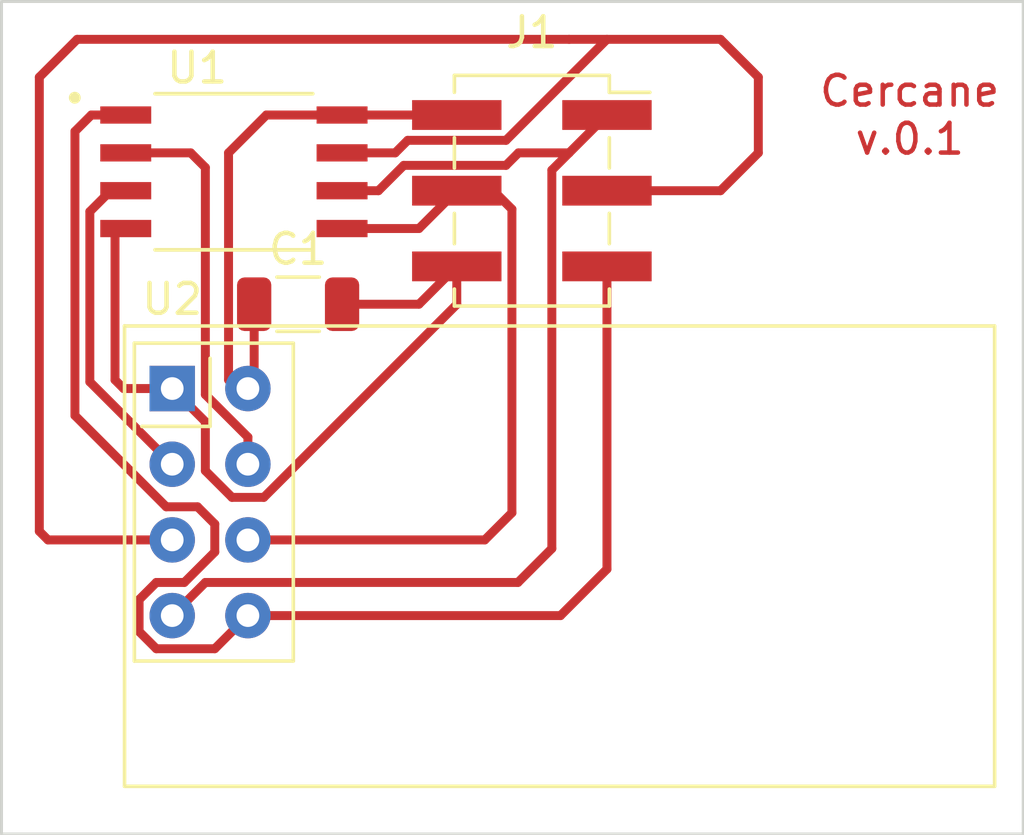
<source format=kicad_pcb>
(kicad_pcb (version 20171130) (host pcbnew 5.1.7-a382d34a8~88~ubuntu18.04.1)

  (general
    (thickness 1.6)
    (drawings 5)
    (tracks 79)
    (zones 0)
    (modules 4)
    (nets 9)
  )

  (page A4)
  (layers
    (0 F.Cu signal)
    (31 B.Cu signal)
    (32 B.Adhes user)
    (33 F.Adhes user)
    (34 B.Paste user)
    (35 F.Paste user)
    (36 B.SilkS user)
    (37 F.SilkS user)
    (38 B.Mask user)
    (39 F.Mask user)
    (40 Dwgs.User user)
    (41 Cmts.User user)
    (42 Eco1.User user)
    (43 Eco2.User user)
    (44 Edge.Cuts user)
    (45 Margin user)
    (46 B.CrtYd user)
    (47 F.CrtYd user)
    (48 B.Fab user)
    (49 F.Fab user)
  )

  (setup
    (last_trace_width 0.3)
    (trace_clearance 0.2)
    (zone_clearance 0.508)
    (zone_45_only no)
    (trace_min 0.3)
    (via_size 0.8)
    (via_drill 0.4)
    (via_min_size 0.4)
    (via_min_drill 0.3)
    (uvia_size 0.3)
    (uvia_drill 0.1)
    (uvias_allowed no)
    (uvia_min_size 0.2)
    (uvia_min_drill 0.1)
    (edge_width 0.05)
    (segment_width 0.2)
    (pcb_text_width 0.3)
    (pcb_text_size 1.5 1.5)
    (mod_edge_width 0.12)
    (mod_text_size 1 1)
    (mod_text_width 0.15)
    (pad_size 1.524 1.524)
    (pad_drill 0.762)
    (pad_to_mask_clearance 0)
    (aux_axis_origin 0 0)
    (visible_elements FFFFFF7F)
    (pcbplotparams
      (layerselection 0x00000_7fffffff)
      (usegerberextensions false)
      (usegerberattributes true)
      (usegerberadvancedattributes true)
      (creategerberjobfile true)
      (excludeedgelayer true)
      (linewidth 0.100000)
      (plotframeref false)
      (viasonmask false)
      (mode 1)
      (useauxorigin false)
      (hpglpennumber 1)
      (hpglpenspeed 20)
      (hpglpendiameter 15.000000)
      (psnegative false)
      (psa4output false)
      (plotreference true)
      (plotvalue true)
      (plotinvisibletext false)
      (padsonsilk false)
      (subtractmaskfromsilk false)
      (outputformat 5)
      (mirror false)
      (drillshape 0)
      (scaleselection 1)
      (outputdirectory "./"))
  )

  (net 0 "")
  (net 1 "Net-(U1-Pad2)")
  (net 2 "Net-(U1-Pad3)")
  (net 3 +3V3)
  (net 4 GND)
  (net 5 /MISO)
  (net 6 /RST)
  (net 7 /MOSI)
  (net 8 /SCK)

  (net_class Default "This is the default net class."
    (clearance 0.2)
    (trace_width 0.3)
    (via_dia 0.8)
    (via_drill 0.4)
    (uvia_dia 0.3)
    (uvia_drill 0.1)
    (diff_pair_width 0.3)
    (diff_pair_gap 0.25)
    (add_net +3V3)
    (add_net /MISO)
    (add_net /MOSI)
    (add_net /RST)
    (add_net /SCK)
    (add_net GND)
    (add_net "Net-(U1-Pad2)")
    (add_net "Net-(U1-Pad3)")
  )

  (module Connector_PinSocket_2.54mm:PinSocket_2x03_P2.54mm_Vertical_SMD (layer F.Cu) (tedit 5A19A41D) (tstamp 60F1B0E2)
    (at 149.88 62.23)
    (descr "surface-mounted straight socket strip, 2x03, 2.54mm pitch, double cols (from Kicad 4.0.7), script generated")
    (tags "Surface mounted socket strip SMD 2x03 2.54mm double row")
    (path /60E4B806)
    (attr smd)
    (fp_text reference J1 (at 0 -5.31) (layer F.SilkS)
      (effects (font (size 1 1) (thickness 0.15)))
    )
    (fp_text value Conn_02x03_Odd_Even (at 3.79 5.31) (layer F.Fab)
      (effects (font (size 1 1) (thickness 0.15)))
    )
    (fp_line (start -2.6 -3.87) (end 2.6 -3.87) (layer F.SilkS) (width 0.12))
    (fp_line (start 2.6 -3.87) (end 2.6 -3.3) (layer F.SilkS) (width 0.12))
    (fp_line (start 2.6 -1.78) (end 2.6 -0.76) (layer F.SilkS) (width 0.12))
    (fp_line (start 2.6 0.76) (end 2.6 1.78) (layer F.SilkS) (width 0.12))
    (fp_line (start 2.6 3.3) (end 2.6 3.87) (layer F.SilkS) (width 0.12))
    (fp_line (start -2.6 3.87) (end 2.6 3.87) (layer F.SilkS) (width 0.12))
    (fp_line (start -2.6 -3.87) (end -2.6 -3.3) (layer F.SilkS) (width 0.12))
    (fp_line (start -2.6 -1.78) (end -2.6 -0.76) (layer F.SilkS) (width 0.12))
    (fp_line (start -2.6 0.76) (end -2.6 1.78) (layer F.SilkS) (width 0.12))
    (fp_line (start -2.6 3.3) (end -2.6 3.87) (layer F.SilkS) (width 0.12))
    (fp_line (start 2.6 -3.3) (end 3.96 -3.3) (layer F.SilkS) (width 0.12))
    (fp_line (start -2.54 -3.81) (end 1.54 -3.81) (layer F.Fab) (width 0.1))
    (fp_line (start 1.54 -3.81) (end 2.54 -2.81) (layer F.Fab) (width 0.1))
    (fp_line (start 2.54 -2.81) (end 2.54 3.81) (layer F.Fab) (width 0.1))
    (fp_line (start 2.54 3.81) (end -2.54 3.81) (layer F.Fab) (width 0.1))
    (fp_line (start -2.54 3.81) (end -2.54 -3.81) (layer F.Fab) (width 0.1))
    (fp_line (start -3.92 -2.86) (end -2.54 -2.86) (layer F.Fab) (width 0.1))
    (fp_line (start -2.54 -2.22) (end -3.92 -2.22) (layer F.Fab) (width 0.1))
    (fp_line (start -3.92 -2.22) (end -3.92 -2.86) (layer F.Fab) (width 0.1))
    (fp_line (start 2.54 -2.86) (end 3.92 -2.86) (layer F.Fab) (width 0.1))
    (fp_line (start 3.92 -2.86) (end 3.92 -2.22) (layer F.Fab) (width 0.1))
    (fp_line (start 3.92 -2.22) (end 2.54 -2.22) (layer F.Fab) (width 0.1))
    (fp_line (start -3.92 -0.32) (end -2.54 -0.32) (layer F.Fab) (width 0.1))
    (fp_line (start -2.54 0.32) (end -3.92 0.32) (layer F.Fab) (width 0.1))
    (fp_line (start -3.92 0.32) (end -3.92 -0.32) (layer F.Fab) (width 0.1))
    (fp_line (start 2.54 -0.32) (end 3.92 -0.32) (layer F.Fab) (width 0.1))
    (fp_line (start 3.92 -0.32) (end 3.92 0.32) (layer F.Fab) (width 0.1))
    (fp_line (start 3.92 0.32) (end 2.54 0.32) (layer F.Fab) (width 0.1))
    (fp_line (start -3.92 2.22) (end -2.54 2.22) (layer F.Fab) (width 0.1))
    (fp_line (start -2.54 2.86) (end -3.92 2.86) (layer F.Fab) (width 0.1))
    (fp_line (start -3.92 2.86) (end -3.92 2.22) (layer F.Fab) (width 0.1))
    (fp_line (start 2.54 2.22) (end 3.92 2.22) (layer F.Fab) (width 0.1))
    (fp_line (start 3.92 2.22) (end 3.92 2.86) (layer F.Fab) (width 0.1))
    (fp_line (start 3.92 2.86) (end 2.54 2.86) (layer F.Fab) (width 0.1))
    (fp_line (start -4.55 -4.35) (end 4.5 -4.35) (layer F.CrtYd) (width 0.05))
    (fp_line (start 4.5 -4.35) (end 4.5 4.3) (layer F.CrtYd) (width 0.05))
    (fp_line (start 4.5 4.3) (end -4.55 4.3) (layer F.CrtYd) (width 0.05))
    (fp_line (start -4.55 4.3) (end -4.55 -4.35) (layer F.CrtYd) (width 0.05))
    (fp_text user %R (at 0 0 90) (layer F.Fab)
      (effects (font (size 1 1) (thickness 0.15)))
    )
    (pad 6 smd rect (at -2.52 2.54) (size 3 1) (layers F.Cu F.Paste F.Mask)
      (net 4 GND))
    (pad 5 smd rect (at 2.52 2.54) (size 3 1) (layers F.Cu F.Paste F.Mask)
      (net 6 /RST))
    (pad 4 smd rect (at -2.52 0) (size 3 1) (layers F.Cu F.Paste F.Mask)
      (net 7 /MOSI))
    (pad 3 smd rect (at 2.52 0) (size 3 1) (layers F.Cu F.Paste F.Mask)
      (net 8 /SCK))
    (pad 2 smd rect (at -2.52 -2.54) (size 3 1) (layers F.Cu F.Paste F.Mask)
      (net 3 +3V3))
    (pad 1 smd rect (at 2.52 -2.54) (size 3 1) (layers F.Cu F.Paste F.Mask)
      (net 5 /MISO))
    (model ${KISYS3DMOD}/Connector_PinSocket_2.54mm.3dshapes/PinSocket_2x03_P2.54mm_Vertical_SMD.wrl
      (at (xyz 0 0 0))
      (scale (xyz 1 1 1))
      (rotate (xyz 0 0 0))
    )
  )

  (module Capacitor_SMD:C_1206_3216Metric (layer F.Cu) (tedit 5F68FEEE) (tstamp 60F1B0B1)
    (at 142.035 66.04)
    (descr "Capacitor SMD 1206 (3216 Metric), square (rectangular) end terminal, IPC_7351 nominal, (Body size source: IPC-SM-782 page 76, https://www.pcb-3d.com/wordpress/wp-content/uploads/ipc-sm-782a_amendment_1_and_2.pdf), generated with kicad-footprint-generator")
    (tags capacitor)
    (path /60E49E1A)
    (attr smd)
    (fp_text reference C1 (at 0 -1.85) (layer F.SilkS)
      (effects (font (size 1 1) (thickness 0.15)))
    )
    (fp_text value 100nF (at 0 1.85) (layer F.Fab)
      (effects (font (size 1 1) (thickness 0.15)))
    )
    (fp_line (start 2.3 1.15) (end -2.3 1.15) (layer F.CrtYd) (width 0.05))
    (fp_line (start 2.3 -1.15) (end 2.3 1.15) (layer F.CrtYd) (width 0.05))
    (fp_line (start -2.3 -1.15) (end 2.3 -1.15) (layer F.CrtYd) (width 0.05))
    (fp_line (start -2.3 1.15) (end -2.3 -1.15) (layer F.CrtYd) (width 0.05))
    (fp_line (start -0.711252 0.91) (end 0.711252 0.91) (layer F.SilkS) (width 0.12))
    (fp_line (start -0.711252 -0.91) (end 0.711252 -0.91) (layer F.SilkS) (width 0.12))
    (fp_line (start 1.6 0.8) (end -1.6 0.8) (layer F.Fab) (width 0.1))
    (fp_line (start 1.6 -0.8) (end 1.6 0.8) (layer F.Fab) (width 0.1))
    (fp_line (start -1.6 -0.8) (end 1.6 -0.8) (layer F.Fab) (width 0.1))
    (fp_line (start -1.6 0.8) (end -1.6 -0.8) (layer F.Fab) (width 0.1))
    (fp_text user %R (at 0 0) (layer F.Fab)
      (effects (font (size 0.8 0.8) (thickness 0.12)))
    )
    (pad 1 smd roundrect (at -1.475 0) (size 1.15 1.8) (layers F.Cu F.Paste F.Mask) (roundrect_rratio 0.2173904347826087)
      (net 3 +3V3))
    (pad 2 smd roundrect (at 1.475 0) (size 1.15 1.8) (layers F.Cu F.Paste F.Mask) (roundrect_rratio 0.2173904347826087)
      (net 4 GND))
    (model ${KISYS3DMOD}/Capacitor_SMD.3dshapes/C_1206_3216Metric.wrl
      (at (xyz 0 0 0))
      (scale (xyz 1 1 1))
      (rotate (xyz 0 0 0))
    )
  )

  (module RF_Module:nRF24L01_Breakout (layer F.Cu) (tedit 5A056C61) (tstamp 60ED8A41)
    (at 137.81 68.87)
    (descr "nRF24L01 breakout board")
    (tags "nRF24L01 adapter breakout")
    (path /60DE2CD2)
    (fp_text reference U2 (at 0 -3) (layer F.SilkS)
      (effects (font (size 1 1) (thickness 0.15)))
    )
    (fp_text value NRF24L01_Breakout (at 13 5) (layer F.Fab)
      (effects (font (size 1 1) (thickness 0.15)))
    )
    (fp_line (start -1.5 -2) (end 27.5 -2) (layer F.Fab) (width 0.1))
    (fp_line (start 27.5 -2) (end 27.5 13.25) (layer F.Fab) (width 0.1))
    (fp_line (start 27.5 13.25) (end -1.5 13.25) (layer F.Fab) (width 0.1))
    (fp_line (start -1.5 13.25) (end -1.5 -2) (layer F.Fab) (width 0.1))
    (fp_line (start -1.5 -2) (end -1.5 -2) (layer F.Fab) (width 0.1))
    (fp_line (start -1.27 -1.27) (end 3.81 -1.27) (layer F.Fab) (width 0.1))
    (fp_line (start 3.81 -1.27) (end 3.81 8.89) (layer F.Fab) (width 0.1))
    (fp_line (start 3.81 8.89) (end -1.27 8.89) (layer F.Fab) (width 0.1))
    (fp_line (start -1.27 8.89) (end -1.27 -1.27) (layer F.Fab) (width 0.1))
    (fp_line (start -1.27 -1.27) (end -1.27 -1.27) (layer F.Fab) (width 0.1))
    (fp_line (start -1.27 -1.524) (end 4.064 -1.524) (layer F.SilkS) (width 0.12))
    (fp_line (start 4.064 -1.524) (end 4.064 9.144) (layer F.SilkS) (width 0.12))
    (fp_line (start 4.064 9.144) (end -1.27 9.144) (layer F.SilkS) (width 0.12))
    (fp_line (start -1.27 9.144) (end -1.27 9.144) (layer F.SilkS) (width 0.12))
    (fp_line (start 1.27 -1.016) (end 1.27 1.27) (layer F.SilkS) (width 0.12))
    (fp_line (start 1.27 1.27) (end -1.016 1.27) (layer F.SilkS) (width 0.12))
    (fp_line (start -1.016 1.27) (end -1.016 1.27) (layer F.SilkS) (width 0.12))
    (fp_line (start -1.6 -2.1) (end 27.6 -2.1) (layer F.SilkS) (width 0.12))
    (fp_line (start 27.6 -2.1) (end 27.6 13.35) (layer F.SilkS) (width 0.12))
    (fp_line (start 27.6 13.35) (end -1.6 13.35) (layer F.SilkS) (width 0.12))
    (fp_line (start -1.6 13.35) (end -1.6 -2.1) (layer F.SilkS) (width 0.12))
    (fp_line (start -1.6 -2.1) (end -1.6 -2.1) (layer F.SilkS) (width 0.12))
    (fp_line (start -1.27 9.144) (end -1.27 -1.524) (layer F.SilkS) (width 0.12))
    (fp_line (start -1.27 -1.524) (end -1.27 -1.524) (layer F.SilkS) (width 0.12))
    (fp_line (start 27.75 -2.25) (end -1.75 -2.25) (layer F.CrtYd) (width 0.05))
    (fp_line (start -1.75 -2.25) (end -1.75 13.5) (layer F.CrtYd) (width 0.05))
    (fp_line (start -1.75 13.5) (end 27.75 13.5) (layer F.CrtYd) (width 0.05))
    (fp_line (start 27.75 13.5) (end 27.75 -2.25) (layer F.CrtYd) (width 0.05))
    (fp_line (start 27.75 -2.25) (end 27.75 -2.25) (layer F.CrtYd) (width 0.05))
    (fp_text user %R (at 12.5 2.5) (layer F.Fab)
      (effects (font (size 1 1) (thickness 0.15)))
    )
    (pad 8 thru_hole circle (at 2.54 7.62) (size 1.524 1.524) (drill 0.762) (layers *.Cu *.Mask)
      (net 6 /RST))
    (pad 7 thru_hole circle (at 0 7.62) (size 1.524 1.524) (drill 0.762) (layers *.Cu *.Mask)
      (net 5 /MISO))
    (pad 6 thru_hole circle (at 2.54 5.08) (size 1.524 1.524) (drill 0.762) (layers *.Cu *.Mask)
      (net 7 /MOSI))
    (pad 5 thru_hole circle (at 0 5.08) (size 1.524 1.524) (drill 0.762) (layers *.Cu *.Mask)
      (net 8 /SCK))
    (pad 4 thru_hole circle (at 2.54 2.54) (size 1.524 1.524) (drill 0.762) (layers *.Cu *.Mask)
      (net 1 "Net-(U1-Pad2)"))
    (pad 3 thru_hole circle (at 0 2.54) (size 1.524 1.524) (drill 0.762) (layers *.Cu *.Mask)
      (net 2 "Net-(U1-Pad3)"))
    (pad 2 thru_hole circle (at 2.54 0) (size 1.524 1.524) (drill 0.762) (layers *.Cu *.Mask)
      (net 3 +3V3))
    (pad 1 thru_hole rect (at 0 0) (size 1.524 1.524) (drill 0.762) (layers *.Cu *.Mask)
      (net 4 GND))
    (model ${KISYS3DMOD}/RF_Module.3dshapes/nRF24L01_Breakout.wrl
      (at (xyz 0 0 0))
      (scale (xyz 1 1 1))
      (rotate (xyz 0 0 0))
    )
  )

  (module ATTINY85-20SU:SOIC127P798X216-8N (layer F.Cu) (tedit 60DDEEF5) (tstamp 60F1B0FA)
    (at 139.88 61.595)
    (path /60DE1A7E)
    (fp_text reference U1 (at -1.235 -3.487) (layer F.SilkS)
      (effects (font (size 1 1) (thickness 0.15)))
    )
    (fp_text value ATtiny45-20PU (at -0.18 -4.445) (layer F.Fab)
      (effects (font (size 1 1) (thickness 0.15)))
    )
    (fp_circle (center -5.34 -2.485) (end -5.24 -2.485) (layer F.SilkS) (width 0.2))
    (fp_circle (center -5.34 -2.485) (end -5.24 -2.485) (layer F.Fab) (width 0.2))
    (fp_line (start -2.645 -2.62) (end 2.645 -2.62) (layer F.Fab) (width 0.127))
    (fp_line (start -2.645 2.62) (end 2.645 2.62) (layer F.Fab) (width 0.127))
    (fp_line (start -2.645 -2.62) (end 2.645 -2.62) (layer F.SilkS) (width 0.127))
    (fp_line (start -2.645 2.62) (end 2.645 2.62) (layer F.SilkS) (width 0.127))
    (fp_line (start -2.645 -2.62) (end -2.645 2.62) (layer F.Fab) (width 0.127))
    (fp_line (start 2.645 -2.62) (end 2.645 2.62) (layer F.Fab) (width 0.127))
    (fp_line (start -4.735 -2.87) (end 4.735 -2.87) (layer F.CrtYd) (width 0.05))
    (fp_line (start -4.735 2.87) (end 4.735 2.87) (layer F.CrtYd) (width 0.05))
    (fp_line (start -4.735 -2.87) (end -4.735 2.87) (layer F.CrtYd) (width 0.05))
    (fp_line (start 4.735 -2.87) (end 4.735 2.87) (layer F.CrtYd) (width 0.05))
    (pad 8 smd rect (at 3.63 -1.905) (size 1.71 0.58) (layers F.Cu F.Paste F.Mask)
      (net 3 +3V3))
    (pad 7 smd rect (at 3.63 -0.635) (size 1.71 0.58) (layers F.Cu F.Paste F.Mask)
      (net 8 /SCK))
    (pad 6 smd rect (at 3.63 0.635) (size 1.71 0.58) (layers F.Cu F.Paste F.Mask)
      (net 5 /MISO))
    (pad 5 smd rect (at 3.63 1.905) (size 1.71 0.58) (layers F.Cu F.Paste F.Mask)
      (net 7 /MOSI))
    (pad 4 smd rect (at -3.63 1.905) (size 1.71 0.58) (layers F.Cu F.Paste F.Mask)
      (net 4 GND))
    (pad 3 smd rect (at -3.63 0.635) (size 1.71 0.58) (layers F.Cu F.Paste F.Mask)
      (net 2 "Net-(U1-Pad3)"))
    (pad 2 smd rect (at -3.63 -0.635) (size 1.71 0.58) (layers F.Cu F.Paste F.Mask)
      (net 1 "Net-(U1-Pad2)"))
    (pad 1 smd rect (at -3.63 -1.905) (size 1.71 0.58) (layers F.Cu F.Paste F.Mask)
      (net 6 /RST))
  )

  (gr_text "Cercane\nv.0.1" (at 162.56 59.69) (layer F.Cu)
    (effects (font (size 1 1) (thickness 0.15)))
  )
  (gr_line (start 166.37 55.88) (end 166.37 83.82) (layer Edge.Cuts) (width 0.1))
  (gr_line (start 132.08 55.88) (end 166.37 55.88) (layer Edge.Cuts) (width 0.1))
  (gr_line (start 132.08 83.82) (end 132.08 55.88) (layer Edge.Cuts) (width 0.1))
  (gr_line (start 166.37 83.82) (end 132.08 83.82) (layer Edge.Cuts) (width 0.1))

  (segment (start 140.35 71.41) (end 140.35 70.5) (width 0.3) (layer F.Cu) (net 1))
  (segment (start 138.922001 69.072001) (end 138.922001 61.452001) (width 0.3) (layer F.Cu) (net 1))
  (segment (start 140.35 70.5) (end 138.922001 69.072001) (width 0.3) (layer F.Cu) (net 1))
  (segment (start 138.43 60.96) (end 136.25 60.96) (width 0.3) (layer F.Cu) (net 1))
  (segment (start 138.922001 61.452001) (end 138.43 60.96) (width 0.3) (layer F.Cu) (net 1))
  (segment (start 135.744998 62.23) (end 136.25 62.23) (width 0.3) (layer F.Cu) (net 2))
  (segment (start 135.044999 62.929999) (end 135.744998 62.23) (width 0.3) (layer F.Cu) (net 2))
  (segment (start 135.044999 68.644999) (end 135.044999 62.929999) (width 0.3) (layer F.Cu) (net 2))
  (segment (start 137.81 71.41) (end 135.044999 68.644999) (width 0.3) (layer F.Cu) (net 2))
  (segment (start 143.51 59.69) (end 147.36 59.69) (width 0.3) (layer F.Cu) (net 3))
  (segment (start 143.51 59.69) (end 140.97 59.69) (width 0.3) (layer F.Cu) (net 3))
  (segment (start 140.97 59.69) (end 139.7 60.96) (width 0.3) (layer F.Cu) (net 3))
  (segment (start 139.7 60.96) (end 139.7 68.58) (width 0.3) (layer F.Cu) (net 3))
  (segment (start 140.06 68.58) (end 140.35 68.87) (width 0.3) (layer F.Cu) (net 3))
  (segment (start 139.7 68.58) (end 140.06 68.58) (width 0.3) (layer F.Cu) (net 3))
  (segment (start 140.56 68.66) (end 140.35 68.87) (width 0.3) (layer F.Cu) (net 3))
  (segment (start 140.56 66.04) (end 140.56 68.66) (width 0.3) (layer F.Cu) (net 3))
  (segment (start 137.81 68.87) (end 136.18 68.87) (width 0.3) (layer F.Cu) (net 4))
  (segment (start 136.18 68.87) (end 135.89 68.58) (width 0.3) (layer F.Cu) (net 4))
  (segment (start 135.89 68.58) (end 135.89 63.5) (width 0.3) (layer F.Cu) (net 4))
  (segment (start 135.89 63.5) (end 136.25 63.5) (width 0.3) (layer F.Cu) (net 4))
  (segment (start 147.36 66.045762) (end 147.36 64.77) (width 0.3) (layer F.Cu) (net 4))
  (segment (start 139.816239 72.522001) (end 140.883761 72.522001) (width 0.3) (layer F.Cu) (net 4))
  (segment (start 140.883761 72.522001) (end 147.36 66.045762) (width 0.3) (layer F.Cu) (net 4))
  (segment (start 138.922001 71.627763) (end 139.816239 72.522001) (width 0.3) (layer F.Cu) (net 4))
  (segment (start 138.922001 69.982001) (end 138.922001 71.627763) (width 0.3) (layer F.Cu) (net 4))
  (segment (start 137.81 68.87) (end 138.922001 69.982001) (width 0.3) (layer F.Cu) (net 4))
  (segment (start 146.09 66.04) (end 147.36 64.77) (width 0.3) (layer F.Cu) (net 4))
  (segment (start 143.51 66.04) (end 146.09 66.04) (width 0.3) (layer F.Cu) (net 4))
  (segment (start 145.579999 61.379999) (end 149.009999 61.379999) (width 0.3) (layer F.Cu) (net 5))
  (segment (start 143.51 62.23) (end 144.729998 62.23) (width 0.3) (layer F.Cu) (net 5))
  (segment (start 144.729998 62.23) (end 145.579999 61.379999) (width 0.3) (layer F.Cu) (net 5))
  (segment (start 149.009999 61.379999) (end 149.429998 60.96) (width 0.3) (layer F.Cu) (net 5))
  (segment (start 151.13 60.96) (end 152.4 59.69) (width 0.3) (layer F.Cu) (net 5))
  (segment (start 149.429998 60.96) (end 151.13 60.96) (width 0.3) (layer F.Cu) (net 5))
  (segment (start 150.549999 61.540001) (end 151.13 60.96) (width 0.3) (layer F.Cu) (net 5))
  (segment (start 149.412001 75.377999) (end 150.549999 74.240001) (width 0.3) (layer F.Cu) (net 5))
  (segment (start 150.549999 74.240001) (end 150.549999 61.540001) (width 0.3) (layer F.Cu) (net 5))
  (segment (start 137.81 76.49) (end 138.922001 75.377999) (width 0.3) (layer F.Cu) (net 5))
  (segment (start 138.922001 75.377999) (end 149.412001 75.377999) (width 0.3) (layer F.Cu) (net 5))
  (segment (start 152.07 64.77) (end 152.4 64.77) (width 0.3) (layer F.Cu) (net 6))
  (segment (start 139.237999 77.602001) (end 140.35 76.49) (width 0.3) (layer F.Cu) (net 6))
  (segment (start 136.697999 77.023761) (end 137.276239 77.602001) (width 0.3) (layer F.Cu) (net 6))
  (segment (start 136.697999 75.956239) (end 136.697999 77.023761) (width 0.3) (layer F.Cu) (net 6))
  (segment (start 137.276239 75.377999) (end 136.697999 75.956239) (width 0.3) (layer F.Cu) (net 6))
  (segment (start 138.214881 75.377999) (end 137.276239 75.377999) (width 0.3) (layer F.Cu) (net 6))
  (segment (start 139.237999 73.416239) (end 139.237999 74.354881) (width 0.3) (layer F.Cu) (net 6))
  (segment (start 138.659759 72.837999) (end 139.237999 73.416239) (width 0.3) (layer F.Cu) (net 6))
  (segment (start 137.607999 72.837999) (end 138.659759 72.837999) (width 0.3) (layer F.Cu) (net 6))
  (segment (start 134.544989 69.774989) (end 137.607999 72.837999) (width 0.3) (layer F.Cu) (net 6))
  (segment (start 139.237999 74.354881) (end 138.214881 75.377999) (width 0.3) (layer F.Cu) (net 6))
  (segment (start 134.544989 60.240011) (end 134.544989 69.774989) (width 0.3) (layer F.Cu) (net 6))
  (segment (start 135.095 59.69) (end 134.544989 60.240011) (width 0.3) (layer F.Cu) (net 6))
  (segment (start 137.276239 77.602001) (end 139.237999 77.602001) (width 0.3) (layer F.Cu) (net 6))
  (segment (start 136.25 59.69) (end 135.095 59.69) (width 0.3) (layer F.Cu) (net 6))
  (segment (start 140.35 76.49) (end 150.84 76.49) (width 0.3) (layer F.Cu) (net 6))
  (segment (start 152.4 74.93) (end 152.4 64.77) (width 0.3) (layer F.Cu) (net 6))
  (segment (start 150.84 76.49) (end 152.4 74.93) (width 0.3) (layer F.Cu) (net 6))
  (segment (start 146.09 63.5) (end 143.51 63.5) (width 0.3) (layer F.Cu) (net 7))
  (segment (start 147.36 62.23) (end 146.09 63.5) (width 0.3) (layer F.Cu) (net 7))
  (segment (start 149.210001 62.850001) (end 148.59 62.23) (width 0.3) (layer F.Cu) (net 7))
  (segment (start 148.59 62.23) (end 147.36 62.23) (width 0.3) (layer F.Cu) (net 7))
  (segment (start 149.210001 73.039999) (end 149.210001 62.850001) (width 0.3) (layer F.Cu) (net 7))
  (segment (start 140.35 73.95) (end 148.3 73.95) (width 0.3) (layer F.Cu) (net 7))
  (segment (start 148.3 73.95) (end 149.210001 73.039999) (width 0.3) (layer F.Cu) (net 7))
  (segment (start 137.81 73.95) (end 133.64 73.95) (width 0.3) (layer F.Cu) (net 8))
  (segment (start 133.64 73.95) (end 133.35 73.66) (width 0.3) (layer F.Cu) (net 8))
  (segment (start 133.35 73.66) (end 133.35 58.42) (width 0.3) (layer F.Cu) (net 8))
  (segment (start 133.35 58.42) (end 134.62 57.15) (width 0.3) (layer F.Cu) (net 8))
  (segment (start 156.21 57.15) (end 157.48 58.42) (width 0.3) (layer F.Cu) (net 8))
  (segment (start 157.48 58.42) (end 157.48 60.96) (width 0.3) (layer F.Cu) (net 8))
  (segment (start 156.21 62.23) (end 152.4 62.23) (width 0.3) (layer F.Cu) (net 8))
  (segment (start 157.48 60.96) (end 156.21 62.23) (width 0.3) (layer F.Cu) (net 8))
  (segment (start 134.62 57.15) (end 151.13 57.15) (width 0.3) (layer F.Cu) (net 8))
  (segment (start 151.13 57.15) (end 156.21 57.15) (width 0.3) (layer F.Cu) (net 8))
  (segment (start 145.712877 60.540001) (end 149.009999 60.540001) (width 0.3) (layer F.Cu) (net 8))
  (segment (start 143.51 60.96) (end 145.292878 60.96) (width 0.3) (layer F.Cu) (net 8))
  (segment (start 145.292878 60.96) (end 145.712877 60.540001) (width 0.3) (layer F.Cu) (net 8))
  (segment (start 149.009999 60.540001) (end 152.4 57.15) (width 0.3) (layer F.Cu) (net 8))

)

</source>
